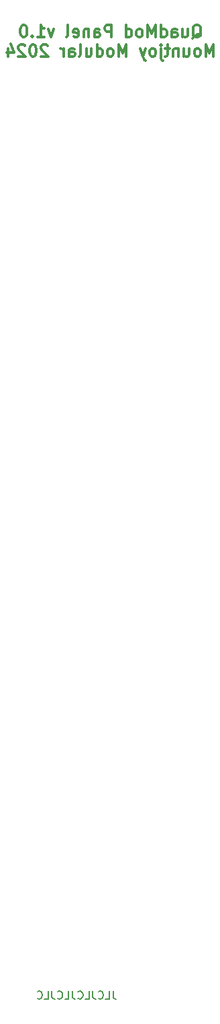
<source format=gbr>
%TF.GenerationSoftware,KiCad,Pcbnew,7.0.9*%
%TF.CreationDate,2024-02-02T16:32:34+00:00*%
%TF.ProjectId,QuadMod_Panel,51756164-4d6f-4645-9f50-616e656c2e6b,rev?*%
%TF.SameCoordinates,Original*%
%TF.FileFunction,Legend,Bot*%
%TF.FilePolarity,Positive*%
%FSLAX46Y46*%
G04 Gerber Fmt 4.6, Leading zero omitted, Abs format (unit mm)*
G04 Created by KiCad (PCBNEW 7.0.9) date 2024-02-02 16:32:34*
%MOMM*%
%LPD*%
G01*
G04 APERTURE LIST*
%ADD10C,0.300000*%
%ADD11C,0.150000*%
G04 APERTURE END LIST*
D10*
X145621428Y-45713685D02*
X145764285Y-45642257D01*
X145764285Y-45642257D02*
X145907142Y-45499400D01*
X145907142Y-45499400D02*
X146121428Y-45285114D01*
X146121428Y-45285114D02*
X146264285Y-45213685D01*
X146264285Y-45213685D02*
X146407142Y-45213685D01*
X146335713Y-45570828D02*
X146478571Y-45499400D01*
X146478571Y-45499400D02*
X146621428Y-45356542D01*
X146621428Y-45356542D02*
X146692856Y-45070828D01*
X146692856Y-45070828D02*
X146692856Y-44570828D01*
X146692856Y-44570828D02*
X146621428Y-44285114D01*
X146621428Y-44285114D02*
X146478571Y-44142257D01*
X146478571Y-44142257D02*
X146335713Y-44070828D01*
X146335713Y-44070828D02*
X146049999Y-44070828D01*
X146049999Y-44070828D02*
X145907142Y-44142257D01*
X145907142Y-44142257D02*
X145764285Y-44285114D01*
X145764285Y-44285114D02*
X145692856Y-44570828D01*
X145692856Y-44570828D02*
X145692856Y-45070828D01*
X145692856Y-45070828D02*
X145764285Y-45356542D01*
X145764285Y-45356542D02*
X145907142Y-45499400D01*
X145907142Y-45499400D02*
X146049999Y-45570828D01*
X146049999Y-45570828D02*
X146335713Y-45570828D01*
X144407142Y-44570828D02*
X144407142Y-45570828D01*
X145049999Y-44570828D02*
X145049999Y-45356542D01*
X145049999Y-45356542D02*
X144978570Y-45499400D01*
X144978570Y-45499400D02*
X144835713Y-45570828D01*
X144835713Y-45570828D02*
X144621427Y-45570828D01*
X144621427Y-45570828D02*
X144478570Y-45499400D01*
X144478570Y-45499400D02*
X144407142Y-45427971D01*
X143049999Y-45570828D02*
X143049999Y-44785114D01*
X143049999Y-44785114D02*
X143121427Y-44642257D01*
X143121427Y-44642257D02*
X143264284Y-44570828D01*
X143264284Y-44570828D02*
X143549999Y-44570828D01*
X143549999Y-44570828D02*
X143692856Y-44642257D01*
X143049999Y-45499400D02*
X143192856Y-45570828D01*
X143192856Y-45570828D02*
X143549999Y-45570828D01*
X143549999Y-45570828D02*
X143692856Y-45499400D01*
X143692856Y-45499400D02*
X143764284Y-45356542D01*
X143764284Y-45356542D02*
X143764284Y-45213685D01*
X143764284Y-45213685D02*
X143692856Y-45070828D01*
X143692856Y-45070828D02*
X143549999Y-44999400D01*
X143549999Y-44999400D02*
X143192856Y-44999400D01*
X143192856Y-44999400D02*
X143049999Y-44927971D01*
X141692856Y-45570828D02*
X141692856Y-44070828D01*
X141692856Y-45499400D02*
X141835713Y-45570828D01*
X141835713Y-45570828D02*
X142121427Y-45570828D01*
X142121427Y-45570828D02*
X142264284Y-45499400D01*
X142264284Y-45499400D02*
X142335713Y-45427971D01*
X142335713Y-45427971D02*
X142407141Y-45285114D01*
X142407141Y-45285114D02*
X142407141Y-44856542D01*
X142407141Y-44856542D02*
X142335713Y-44713685D01*
X142335713Y-44713685D02*
X142264284Y-44642257D01*
X142264284Y-44642257D02*
X142121427Y-44570828D01*
X142121427Y-44570828D02*
X141835713Y-44570828D01*
X141835713Y-44570828D02*
X141692856Y-44642257D01*
X140978570Y-45570828D02*
X140978570Y-44070828D01*
X140978570Y-44070828D02*
X140478570Y-45142257D01*
X140478570Y-45142257D02*
X139978570Y-44070828D01*
X139978570Y-44070828D02*
X139978570Y-45570828D01*
X139049998Y-45570828D02*
X139192855Y-45499400D01*
X139192855Y-45499400D02*
X139264284Y-45427971D01*
X139264284Y-45427971D02*
X139335712Y-45285114D01*
X139335712Y-45285114D02*
X139335712Y-44856542D01*
X139335712Y-44856542D02*
X139264284Y-44713685D01*
X139264284Y-44713685D02*
X139192855Y-44642257D01*
X139192855Y-44642257D02*
X139049998Y-44570828D01*
X139049998Y-44570828D02*
X138835712Y-44570828D01*
X138835712Y-44570828D02*
X138692855Y-44642257D01*
X138692855Y-44642257D02*
X138621427Y-44713685D01*
X138621427Y-44713685D02*
X138549998Y-44856542D01*
X138549998Y-44856542D02*
X138549998Y-45285114D01*
X138549998Y-45285114D02*
X138621427Y-45427971D01*
X138621427Y-45427971D02*
X138692855Y-45499400D01*
X138692855Y-45499400D02*
X138835712Y-45570828D01*
X138835712Y-45570828D02*
X139049998Y-45570828D01*
X137264284Y-45570828D02*
X137264284Y-44070828D01*
X137264284Y-45499400D02*
X137407141Y-45570828D01*
X137407141Y-45570828D02*
X137692855Y-45570828D01*
X137692855Y-45570828D02*
X137835712Y-45499400D01*
X137835712Y-45499400D02*
X137907141Y-45427971D01*
X137907141Y-45427971D02*
X137978569Y-45285114D01*
X137978569Y-45285114D02*
X137978569Y-44856542D01*
X137978569Y-44856542D02*
X137907141Y-44713685D01*
X137907141Y-44713685D02*
X137835712Y-44642257D01*
X137835712Y-44642257D02*
X137692855Y-44570828D01*
X137692855Y-44570828D02*
X137407141Y-44570828D01*
X137407141Y-44570828D02*
X137264284Y-44642257D01*
X135407141Y-45570828D02*
X135407141Y-44070828D01*
X135407141Y-44070828D02*
X134835712Y-44070828D01*
X134835712Y-44070828D02*
X134692855Y-44142257D01*
X134692855Y-44142257D02*
X134621426Y-44213685D01*
X134621426Y-44213685D02*
X134549998Y-44356542D01*
X134549998Y-44356542D02*
X134549998Y-44570828D01*
X134549998Y-44570828D02*
X134621426Y-44713685D01*
X134621426Y-44713685D02*
X134692855Y-44785114D01*
X134692855Y-44785114D02*
X134835712Y-44856542D01*
X134835712Y-44856542D02*
X135407141Y-44856542D01*
X133264284Y-45570828D02*
X133264284Y-44785114D01*
X133264284Y-44785114D02*
X133335712Y-44642257D01*
X133335712Y-44642257D02*
X133478569Y-44570828D01*
X133478569Y-44570828D02*
X133764284Y-44570828D01*
X133764284Y-44570828D02*
X133907141Y-44642257D01*
X133264284Y-45499400D02*
X133407141Y-45570828D01*
X133407141Y-45570828D02*
X133764284Y-45570828D01*
X133764284Y-45570828D02*
X133907141Y-45499400D01*
X133907141Y-45499400D02*
X133978569Y-45356542D01*
X133978569Y-45356542D02*
X133978569Y-45213685D01*
X133978569Y-45213685D02*
X133907141Y-45070828D01*
X133907141Y-45070828D02*
X133764284Y-44999400D01*
X133764284Y-44999400D02*
X133407141Y-44999400D01*
X133407141Y-44999400D02*
X133264284Y-44927971D01*
X132549998Y-44570828D02*
X132549998Y-45570828D01*
X132549998Y-44713685D02*
X132478569Y-44642257D01*
X132478569Y-44642257D02*
X132335712Y-44570828D01*
X132335712Y-44570828D02*
X132121426Y-44570828D01*
X132121426Y-44570828D02*
X131978569Y-44642257D01*
X131978569Y-44642257D02*
X131907141Y-44785114D01*
X131907141Y-44785114D02*
X131907141Y-45570828D01*
X130621426Y-45499400D02*
X130764283Y-45570828D01*
X130764283Y-45570828D02*
X131049998Y-45570828D01*
X131049998Y-45570828D02*
X131192855Y-45499400D01*
X131192855Y-45499400D02*
X131264283Y-45356542D01*
X131264283Y-45356542D02*
X131264283Y-44785114D01*
X131264283Y-44785114D02*
X131192855Y-44642257D01*
X131192855Y-44642257D02*
X131049998Y-44570828D01*
X131049998Y-44570828D02*
X130764283Y-44570828D01*
X130764283Y-44570828D02*
X130621426Y-44642257D01*
X130621426Y-44642257D02*
X130549998Y-44785114D01*
X130549998Y-44785114D02*
X130549998Y-44927971D01*
X130549998Y-44927971D02*
X131264283Y-45070828D01*
X129692855Y-45570828D02*
X129835712Y-45499400D01*
X129835712Y-45499400D02*
X129907141Y-45356542D01*
X129907141Y-45356542D02*
X129907141Y-44070828D01*
X128121427Y-44570828D02*
X127764284Y-45570828D01*
X127764284Y-45570828D02*
X127407141Y-44570828D01*
X126049998Y-45570828D02*
X126907141Y-45570828D01*
X126478570Y-45570828D02*
X126478570Y-44070828D01*
X126478570Y-44070828D02*
X126621427Y-44285114D01*
X126621427Y-44285114D02*
X126764284Y-44427971D01*
X126764284Y-44427971D02*
X126907141Y-44499400D01*
X125407142Y-45427971D02*
X125335713Y-45499400D01*
X125335713Y-45499400D02*
X125407142Y-45570828D01*
X125407142Y-45570828D02*
X125478570Y-45499400D01*
X125478570Y-45499400D02*
X125407142Y-45427971D01*
X125407142Y-45427971D02*
X125407142Y-45570828D01*
X124407141Y-44070828D02*
X124264284Y-44070828D01*
X124264284Y-44070828D02*
X124121427Y-44142257D01*
X124121427Y-44142257D02*
X124049999Y-44213685D01*
X124049999Y-44213685D02*
X123978570Y-44356542D01*
X123978570Y-44356542D02*
X123907141Y-44642257D01*
X123907141Y-44642257D02*
X123907141Y-44999400D01*
X123907141Y-44999400D02*
X123978570Y-45285114D01*
X123978570Y-45285114D02*
X124049999Y-45427971D01*
X124049999Y-45427971D02*
X124121427Y-45499400D01*
X124121427Y-45499400D02*
X124264284Y-45570828D01*
X124264284Y-45570828D02*
X124407141Y-45570828D01*
X124407141Y-45570828D02*
X124549999Y-45499400D01*
X124549999Y-45499400D02*
X124621427Y-45427971D01*
X124621427Y-45427971D02*
X124692856Y-45285114D01*
X124692856Y-45285114D02*
X124764284Y-44999400D01*
X124764284Y-44999400D02*
X124764284Y-44642257D01*
X124764284Y-44642257D02*
X124692856Y-44356542D01*
X124692856Y-44356542D02*
X124621427Y-44213685D01*
X124621427Y-44213685D02*
X124549999Y-44142257D01*
X124549999Y-44142257D02*
X124407141Y-44070828D01*
X148299999Y-47985828D02*
X148299999Y-46485828D01*
X148299999Y-46485828D02*
X147799999Y-47557257D01*
X147799999Y-47557257D02*
X147299999Y-46485828D01*
X147299999Y-46485828D02*
X147299999Y-47985828D01*
X146371427Y-47985828D02*
X146514284Y-47914400D01*
X146514284Y-47914400D02*
X146585713Y-47842971D01*
X146585713Y-47842971D02*
X146657141Y-47700114D01*
X146657141Y-47700114D02*
X146657141Y-47271542D01*
X146657141Y-47271542D02*
X146585713Y-47128685D01*
X146585713Y-47128685D02*
X146514284Y-47057257D01*
X146514284Y-47057257D02*
X146371427Y-46985828D01*
X146371427Y-46985828D02*
X146157141Y-46985828D01*
X146157141Y-46985828D02*
X146014284Y-47057257D01*
X146014284Y-47057257D02*
X145942856Y-47128685D01*
X145942856Y-47128685D02*
X145871427Y-47271542D01*
X145871427Y-47271542D02*
X145871427Y-47700114D01*
X145871427Y-47700114D02*
X145942856Y-47842971D01*
X145942856Y-47842971D02*
X146014284Y-47914400D01*
X146014284Y-47914400D02*
X146157141Y-47985828D01*
X146157141Y-47985828D02*
X146371427Y-47985828D01*
X144585713Y-46985828D02*
X144585713Y-47985828D01*
X145228570Y-46985828D02*
X145228570Y-47771542D01*
X145228570Y-47771542D02*
X145157141Y-47914400D01*
X145157141Y-47914400D02*
X145014284Y-47985828D01*
X145014284Y-47985828D02*
X144799998Y-47985828D01*
X144799998Y-47985828D02*
X144657141Y-47914400D01*
X144657141Y-47914400D02*
X144585713Y-47842971D01*
X143871427Y-46985828D02*
X143871427Y-47985828D01*
X143871427Y-47128685D02*
X143799998Y-47057257D01*
X143799998Y-47057257D02*
X143657141Y-46985828D01*
X143657141Y-46985828D02*
X143442855Y-46985828D01*
X143442855Y-46985828D02*
X143299998Y-47057257D01*
X143299998Y-47057257D02*
X143228570Y-47200114D01*
X143228570Y-47200114D02*
X143228570Y-47985828D01*
X142728569Y-46985828D02*
X142157141Y-46985828D01*
X142514284Y-46485828D02*
X142514284Y-47771542D01*
X142514284Y-47771542D02*
X142442855Y-47914400D01*
X142442855Y-47914400D02*
X142299998Y-47985828D01*
X142299998Y-47985828D02*
X142157141Y-47985828D01*
X141657141Y-46985828D02*
X141657141Y-48271542D01*
X141657141Y-48271542D02*
X141728569Y-48414400D01*
X141728569Y-48414400D02*
X141871426Y-48485828D01*
X141871426Y-48485828D02*
X141942855Y-48485828D01*
X141657141Y-46485828D02*
X141728569Y-46557257D01*
X141728569Y-46557257D02*
X141657141Y-46628685D01*
X141657141Y-46628685D02*
X141585712Y-46557257D01*
X141585712Y-46557257D02*
X141657141Y-46485828D01*
X141657141Y-46485828D02*
X141657141Y-46628685D01*
X140728569Y-47985828D02*
X140871426Y-47914400D01*
X140871426Y-47914400D02*
X140942855Y-47842971D01*
X140942855Y-47842971D02*
X141014283Y-47700114D01*
X141014283Y-47700114D02*
X141014283Y-47271542D01*
X141014283Y-47271542D02*
X140942855Y-47128685D01*
X140942855Y-47128685D02*
X140871426Y-47057257D01*
X140871426Y-47057257D02*
X140728569Y-46985828D01*
X140728569Y-46985828D02*
X140514283Y-46985828D01*
X140514283Y-46985828D02*
X140371426Y-47057257D01*
X140371426Y-47057257D02*
X140299998Y-47128685D01*
X140299998Y-47128685D02*
X140228569Y-47271542D01*
X140228569Y-47271542D02*
X140228569Y-47700114D01*
X140228569Y-47700114D02*
X140299998Y-47842971D01*
X140299998Y-47842971D02*
X140371426Y-47914400D01*
X140371426Y-47914400D02*
X140514283Y-47985828D01*
X140514283Y-47985828D02*
X140728569Y-47985828D01*
X139728569Y-46985828D02*
X139371426Y-47985828D01*
X139014283Y-46985828D02*
X139371426Y-47985828D01*
X139371426Y-47985828D02*
X139514283Y-48342971D01*
X139514283Y-48342971D02*
X139585712Y-48414400D01*
X139585712Y-48414400D02*
X139728569Y-48485828D01*
X137299998Y-47985828D02*
X137299998Y-46485828D01*
X137299998Y-46485828D02*
X136799998Y-47557257D01*
X136799998Y-47557257D02*
X136299998Y-46485828D01*
X136299998Y-46485828D02*
X136299998Y-47985828D01*
X135371426Y-47985828D02*
X135514283Y-47914400D01*
X135514283Y-47914400D02*
X135585712Y-47842971D01*
X135585712Y-47842971D02*
X135657140Y-47700114D01*
X135657140Y-47700114D02*
X135657140Y-47271542D01*
X135657140Y-47271542D02*
X135585712Y-47128685D01*
X135585712Y-47128685D02*
X135514283Y-47057257D01*
X135514283Y-47057257D02*
X135371426Y-46985828D01*
X135371426Y-46985828D02*
X135157140Y-46985828D01*
X135157140Y-46985828D02*
X135014283Y-47057257D01*
X135014283Y-47057257D02*
X134942855Y-47128685D01*
X134942855Y-47128685D02*
X134871426Y-47271542D01*
X134871426Y-47271542D02*
X134871426Y-47700114D01*
X134871426Y-47700114D02*
X134942855Y-47842971D01*
X134942855Y-47842971D02*
X135014283Y-47914400D01*
X135014283Y-47914400D02*
X135157140Y-47985828D01*
X135157140Y-47985828D02*
X135371426Y-47985828D01*
X133585712Y-47985828D02*
X133585712Y-46485828D01*
X133585712Y-47914400D02*
X133728569Y-47985828D01*
X133728569Y-47985828D02*
X134014283Y-47985828D01*
X134014283Y-47985828D02*
X134157140Y-47914400D01*
X134157140Y-47914400D02*
X134228569Y-47842971D01*
X134228569Y-47842971D02*
X134299997Y-47700114D01*
X134299997Y-47700114D02*
X134299997Y-47271542D01*
X134299997Y-47271542D02*
X134228569Y-47128685D01*
X134228569Y-47128685D02*
X134157140Y-47057257D01*
X134157140Y-47057257D02*
X134014283Y-46985828D01*
X134014283Y-46985828D02*
X133728569Y-46985828D01*
X133728569Y-46985828D02*
X133585712Y-47057257D01*
X132228569Y-46985828D02*
X132228569Y-47985828D01*
X132871426Y-46985828D02*
X132871426Y-47771542D01*
X132871426Y-47771542D02*
X132799997Y-47914400D01*
X132799997Y-47914400D02*
X132657140Y-47985828D01*
X132657140Y-47985828D02*
X132442854Y-47985828D01*
X132442854Y-47985828D02*
X132299997Y-47914400D01*
X132299997Y-47914400D02*
X132228569Y-47842971D01*
X131299997Y-47985828D02*
X131442854Y-47914400D01*
X131442854Y-47914400D02*
X131514283Y-47771542D01*
X131514283Y-47771542D02*
X131514283Y-46485828D01*
X130085712Y-47985828D02*
X130085712Y-47200114D01*
X130085712Y-47200114D02*
X130157140Y-47057257D01*
X130157140Y-47057257D02*
X130299997Y-46985828D01*
X130299997Y-46985828D02*
X130585712Y-46985828D01*
X130585712Y-46985828D02*
X130728569Y-47057257D01*
X130085712Y-47914400D02*
X130228569Y-47985828D01*
X130228569Y-47985828D02*
X130585712Y-47985828D01*
X130585712Y-47985828D02*
X130728569Y-47914400D01*
X130728569Y-47914400D02*
X130799997Y-47771542D01*
X130799997Y-47771542D02*
X130799997Y-47628685D01*
X130799997Y-47628685D02*
X130728569Y-47485828D01*
X130728569Y-47485828D02*
X130585712Y-47414400D01*
X130585712Y-47414400D02*
X130228569Y-47414400D01*
X130228569Y-47414400D02*
X130085712Y-47342971D01*
X129371426Y-47985828D02*
X129371426Y-46985828D01*
X129371426Y-47271542D02*
X129299997Y-47128685D01*
X129299997Y-47128685D02*
X129228569Y-47057257D01*
X129228569Y-47057257D02*
X129085711Y-46985828D01*
X129085711Y-46985828D02*
X128942854Y-46985828D01*
X127371426Y-46628685D02*
X127299998Y-46557257D01*
X127299998Y-46557257D02*
X127157141Y-46485828D01*
X127157141Y-46485828D02*
X126799998Y-46485828D01*
X126799998Y-46485828D02*
X126657141Y-46557257D01*
X126657141Y-46557257D02*
X126585712Y-46628685D01*
X126585712Y-46628685D02*
X126514283Y-46771542D01*
X126514283Y-46771542D02*
X126514283Y-46914400D01*
X126514283Y-46914400D02*
X126585712Y-47128685D01*
X126585712Y-47128685D02*
X127442855Y-47985828D01*
X127442855Y-47985828D02*
X126514283Y-47985828D01*
X125585712Y-46485828D02*
X125442855Y-46485828D01*
X125442855Y-46485828D02*
X125299998Y-46557257D01*
X125299998Y-46557257D02*
X125228570Y-46628685D01*
X125228570Y-46628685D02*
X125157141Y-46771542D01*
X125157141Y-46771542D02*
X125085712Y-47057257D01*
X125085712Y-47057257D02*
X125085712Y-47414400D01*
X125085712Y-47414400D02*
X125157141Y-47700114D01*
X125157141Y-47700114D02*
X125228570Y-47842971D01*
X125228570Y-47842971D02*
X125299998Y-47914400D01*
X125299998Y-47914400D02*
X125442855Y-47985828D01*
X125442855Y-47985828D02*
X125585712Y-47985828D01*
X125585712Y-47985828D02*
X125728570Y-47914400D01*
X125728570Y-47914400D02*
X125799998Y-47842971D01*
X125799998Y-47842971D02*
X125871427Y-47700114D01*
X125871427Y-47700114D02*
X125942855Y-47414400D01*
X125942855Y-47414400D02*
X125942855Y-47057257D01*
X125942855Y-47057257D02*
X125871427Y-46771542D01*
X125871427Y-46771542D02*
X125799998Y-46628685D01*
X125799998Y-46628685D02*
X125728570Y-46557257D01*
X125728570Y-46557257D02*
X125585712Y-46485828D01*
X124514284Y-46628685D02*
X124442856Y-46557257D01*
X124442856Y-46557257D02*
X124299999Y-46485828D01*
X124299999Y-46485828D02*
X123942856Y-46485828D01*
X123942856Y-46485828D02*
X123799999Y-46557257D01*
X123799999Y-46557257D02*
X123728570Y-46628685D01*
X123728570Y-46628685D02*
X123657141Y-46771542D01*
X123657141Y-46771542D02*
X123657141Y-46914400D01*
X123657141Y-46914400D02*
X123728570Y-47128685D01*
X123728570Y-47128685D02*
X124585713Y-47985828D01*
X124585713Y-47985828D02*
X123657141Y-47985828D01*
X122371428Y-46985828D02*
X122371428Y-47985828D01*
X122728570Y-46414400D02*
X123085713Y-47485828D01*
X123085713Y-47485828D02*
X122157142Y-47485828D01*
D11*
X135619048Y-165454819D02*
X135619048Y-166169104D01*
X135619048Y-166169104D02*
X135666667Y-166311961D01*
X135666667Y-166311961D02*
X135761905Y-166407200D01*
X135761905Y-166407200D02*
X135904762Y-166454819D01*
X135904762Y-166454819D02*
X136000000Y-166454819D01*
X134666667Y-166454819D02*
X135142857Y-166454819D01*
X135142857Y-166454819D02*
X135142857Y-165454819D01*
X133761905Y-166359580D02*
X133809524Y-166407200D01*
X133809524Y-166407200D02*
X133952381Y-166454819D01*
X133952381Y-166454819D02*
X134047619Y-166454819D01*
X134047619Y-166454819D02*
X134190476Y-166407200D01*
X134190476Y-166407200D02*
X134285714Y-166311961D01*
X134285714Y-166311961D02*
X134333333Y-166216723D01*
X134333333Y-166216723D02*
X134380952Y-166026247D01*
X134380952Y-166026247D02*
X134380952Y-165883390D01*
X134380952Y-165883390D02*
X134333333Y-165692914D01*
X134333333Y-165692914D02*
X134285714Y-165597676D01*
X134285714Y-165597676D02*
X134190476Y-165502438D01*
X134190476Y-165502438D02*
X134047619Y-165454819D01*
X134047619Y-165454819D02*
X133952381Y-165454819D01*
X133952381Y-165454819D02*
X133809524Y-165502438D01*
X133809524Y-165502438D02*
X133761905Y-165550057D01*
X133047619Y-165454819D02*
X133047619Y-166169104D01*
X133047619Y-166169104D02*
X133095238Y-166311961D01*
X133095238Y-166311961D02*
X133190476Y-166407200D01*
X133190476Y-166407200D02*
X133333333Y-166454819D01*
X133333333Y-166454819D02*
X133428571Y-166454819D01*
X132095238Y-166454819D02*
X132571428Y-166454819D01*
X132571428Y-166454819D02*
X132571428Y-165454819D01*
X131190476Y-166359580D02*
X131238095Y-166407200D01*
X131238095Y-166407200D02*
X131380952Y-166454819D01*
X131380952Y-166454819D02*
X131476190Y-166454819D01*
X131476190Y-166454819D02*
X131619047Y-166407200D01*
X131619047Y-166407200D02*
X131714285Y-166311961D01*
X131714285Y-166311961D02*
X131761904Y-166216723D01*
X131761904Y-166216723D02*
X131809523Y-166026247D01*
X131809523Y-166026247D02*
X131809523Y-165883390D01*
X131809523Y-165883390D02*
X131761904Y-165692914D01*
X131761904Y-165692914D02*
X131714285Y-165597676D01*
X131714285Y-165597676D02*
X131619047Y-165502438D01*
X131619047Y-165502438D02*
X131476190Y-165454819D01*
X131476190Y-165454819D02*
X131380952Y-165454819D01*
X131380952Y-165454819D02*
X131238095Y-165502438D01*
X131238095Y-165502438D02*
X131190476Y-165550057D01*
X130476190Y-165454819D02*
X130476190Y-166169104D01*
X130476190Y-166169104D02*
X130523809Y-166311961D01*
X130523809Y-166311961D02*
X130619047Y-166407200D01*
X130619047Y-166407200D02*
X130761904Y-166454819D01*
X130761904Y-166454819D02*
X130857142Y-166454819D01*
X129523809Y-166454819D02*
X129999999Y-166454819D01*
X129999999Y-166454819D02*
X129999999Y-165454819D01*
X128619047Y-166359580D02*
X128666666Y-166407200D01*
X128666666Y-166407200D02*
X128809523Y-166454819D01*
X128809523Y-166454819D02*
X128904761Y-166454819D01*
X128904761Y-166454819D02*
X129047618Y-166407200D01*
X129047618Y-166407200D02*
X129142856Y-166311961D01*
X129142856Y-166311961D02*
X129190475Y-166216723D01*
X129190475Y-166216723D02*
X129238094Y-166026247D01*
X129238094Y-166026247D02*
X129238094Y-165883390D01*
X129238094Y-165883390D02*
X129190475Y-165692914D01*
X129190475Y-165692914D02*
X129142856Y-165597676D01*
X129142856Y-165597676D02*
X129047618Y-165502438D01*
X129047618Y-165502438D02*
X128904761Y-165454819D01*
X128904761Y-165454819D02*
X128809523Y-165454819D01*
X128809523Y-165454819D02*
X128666666Y-165502438D01*
X128666666Y-165502438D02*
X128619047Y-165550057D01*
X127904761Y-165454819D02*
X127904761Y-166169104D01*
X127904761Y-166169104D02*
X127952380Y-166311961D01*
X127952380Y-166311961D02*
X128047618Y-166407200D01*
X128047618Y-166407200D02*
X128190475Y-166454819D01*
X128190475Y-166454819D02*
X128285713Y-166454819D01*
X126952380Y-166454819D02*
X127428570Y-166454819D01*
X127428570Y-166454819D02*
X127428570Y-165454819D01*
X126047618Y-166359580D02*
X126095237Y-166407200D01*
X126095237Y-166407200D02*
X126238094Y-166454819D01*
X126238094Y-166454819D02*
X126333332Y-166454819D01*
X126333332Y-166454819D02*
X126476189Y-166407200D01*
X126476189Y-166407200D02*
X126571427Y-166311961D01*
X126571427Y-166311961D02*
X126619046Y-166216723D01*
X126619046Y-166216723D02*
X126666665Y-166026247D01*
X126666665Y-166026247D02*
X126666665Y-165883390D01*
X126666665Y-165883390D02*
X126619046Y-165692914D01*
X126619046Y-165692914D02*
X126571427Y-165597676D01*
X126571427Y-165597676D02*
X126476189Y-165502438D01*
X126476189Y-165502438D02*
X126333332Y-165454819D01*
X126333332Y-165454819D02*
X126238094Y-165454819D01*
X126238094Y-165454819D02*
X126095237Y-165502438D01*
X126095237Y-165502438D02*
X126047618Y-165550057D01*
M02*

</source>
